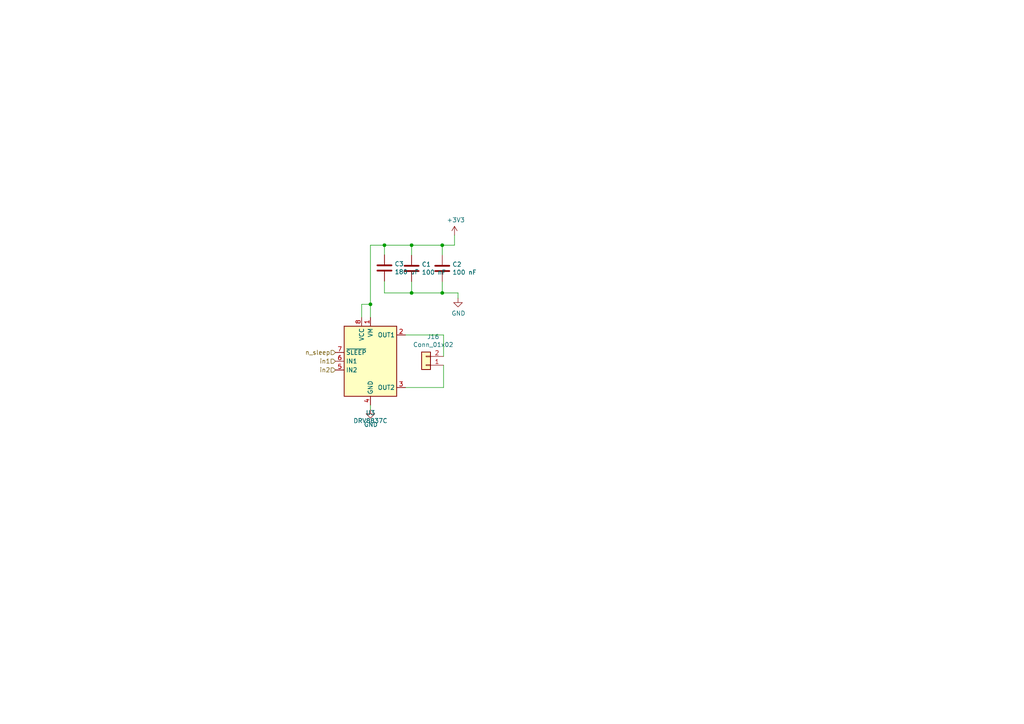
<source format=kicad_sch>
(kicad_sch (version 20211123) (generator eeschema)
  (paper "A4")
  (title_block (title "Avionics STM32 HD node") (date "2022-03-26") (rev "RC2 (Panna)") (company "EPFL Xplore") (comment 1 "Authors: Yassine Bakkali, Paolo Celati"))
  (lib_symbols
    (symbol "Connector_Generic:Conn_01x02" (pin_names (offset 1.016) hide)
      (property "Reference" "J" (at 0 2.54 0))
      (property "Value" "Conn_01x02" (at 0 -5.08 0))
      (symbol "Conn_01x02_1_1"
        (rectangle (start -1.27 -2.413) (end 0 -2.667) (stroke (width 0.1524)))
        (rectangle (start -1.27 0.127) (end 0 -0.127) (stroke (width 0.1524)))
        (rectangle (start -1.27 1.27) (end 1.27 -3.81) (stroke (width 0.254)) (fill (type background)))
        (pin passive line (at -5.08 0 0) (length 3.81) (name "Pin_1") (number "1"))
        (pin passive line (at -5.08 -2.54 0) (length 3.81) (name "Pin_2") (number "2"))
      )
    )
    (symbol "Device:C" (pin_numbers hide) (pin_names (offset 0.254))
      (property "Reference" "C" (at 0.635 2.54 0))
      (property "Value" "C" (at 0.635 -2.54 0))
      (symbol "C_0_1"
        (polyline (pts (xy -2.032 -0.762) (xy 2.032 -0.762)) (stroke (width 0.508)))
        (polyline (pts (xy -2.032 0.762) (xy 2.032 0.762)) (stroke (width 0.508)))
      )
      (symbol "C_1_1"
        (pin passive line (at 0 3.81 270) (length 2.794) (name "~") (number "1"))
        (pin passive line (at 0 -3.81 90) (length 2.794) (name "~") (number "2"))
      )
    )
    (symbol "Driver_Motor:DRV8837C"
      (property "Reference" "U" (at 6.35 11.43 0))
      (property "Value" "DRV8837C" (at -10.16 11.43 0))
      (symbol "DRV8837C_0_1"
        (rectangle (start -7.62 10.16) (end 7.62 -10.16) (stroke (width 0.254)) (fill (type background)))
      )
      (symbol "DRV8837C_1_1"
        (pin power_in line (at 0 12.7 270) (length 2.54) (name "VM") (number "1"))
        (pin output line (at 10.16 7.62 180) (length 2.54) (name "OUT1") (number "2"))
        (pin output line (at 10.16 -7.62 180) (length 2.54) (name "OUT2") (number "3"))
        (pin power_in line (at 0 -12.7 90) (length 2.54) (name "GND") (number "4"))
        (pin input line (at -10.16 -2.54 0) (length 2.54) (name "IN2") (number "5"))
        (pin input line (at -10.16 0 0) (length 2.54) (name "IN1") (number "6"))
        (pin input line (at -10.16 2.54 0) (length 2.54) (name "~{SLEEP}") (number "7"))
        (pin power_in line (at -2.54 12.7 270) (length 2.54) (name "VCC") (number "8"))
        (pin passive line (at 0 -12.7 90) (length 2.54) hide (name "GND") (number "9"))
      )
    )
    (symbol "power:+3V3" (power) (pin_names (offset 0))
      (property "Value" "+3V3" (at 0 3.556 0))
      (symbol "+3V3_0_1"
        (polyline (pts (xy -0.762 1.27) (xy 0 2.54)))
        (polyline (pts (xy 0 0) (xy 0 2.54)))
        (polyline (pts (xy 0 2.54) (xy 0.762 1.27)))
      )
      (symbol "+3V3_1_1"
        (pin power_in line (at 0 0 90) (length 0) hide (name "+3V3") (number "1"))
      )
    )
    (symbol "power:GND" (power) (pin_names (offset 0))
      (property "Value" "GND" (at 0 -3.81 0))
      (symbol "GND_0_1"
        (polyline (pts (xy 0 0) (xy 0 -1.27) (xy 1.27 -1.27) (xy 0 -2.54) (xy -1.27 -1.27) (xy 0 -1.27)))
      )
      (symbol "GND_1_1"
        (pin power_in line (at 0 0 270) (length 0) hide (name "GND") (number "1"))
      )
    )
  )
  (junction (at 128.27 71.12))
  (junction (at 107.442 88.265))
  (junction (at 119.38 84.963))
  (junction (at 119.38 71.12))
  (junction (at 111.506 71.12))
  (junction (at 128.27 84.963))
  (wire (pts (xy 107.442 117.475) (xy 107.442 118.745)))
  (wire (pts (xy 111.506 81.534) (xy 111.506 84.963)))
  (wire (pts (xy 107.442 71.12) (xy 107.442 88.265)))
  (wire (pts (xy 119.38 84.963) (xy 128.27 84.963)))
  (wire (pts (xy 119.38 81.661) (xy 119.38 84.963)))
  (wire (pts (xy 104.902 88.265) (xy 107.442 88.265)))
  (wire (pts (xy 111.506 84.963) (xy 119.38 84.963)))
  (wire (pts (xy 107.442 88.265) (xy 107.442 92.075)))
  (wire (pts (xy 131.826 71.12) (xy 131.826 68.199)))
  (wire (pts (xy 107.442 71.12) (xy 111.506 71.12)))
  (wire (pts (xy 117.602 97.155) (xy 128.651 97.155)))
  (wire (pts (xy 128.27 81.661) (xy 128.27 84.963)))
  (wire (pts (xy 128.27 71.12) (xy 128.27 74.041)))
  (wire (pts (xy 128.651 112.395) (xy 117.602 112.395)))
  (wire (pts (xy 128.651 105.918) (xy 128.651 112.395)))
  (wire (pts (xy 111.506 73.914) (xy 111.506 71.12)))
  (wire (pts (xy 111.506 71.12) (xy 119.38 71.12)))
  (wire (pts (xy 128.27 71.12) (xy 131.826 71.12)))
  (wire (pts (xy 104.902 92.075) (xy 104.902 88.265)))
  (wire (pts (xy 128.27 84.963) (xy 132.842 84.963)))
  (wire (pts (xy 128.651 97.155) (xy 128.651 103.378)))
  (wire (pts (xy 119.38 71.12) (xy 128.27 71.12)))
  (wire (pts (xy 119.38 71.12) (xy 119.38 74.041)))
  (wire (pts (xy 132.842 84.963) (xy 132.842 86.487)))
  (hierarchical_label "in2" (shape input) (at 97.282 107.315 180))
  (hierarchical_label "in1" (shape input) (at 97.282 104.775 180))
  (hierarchical_label "n_sleep" (shape input) (at 97.282 102.235 180))
  (symbol (lib_id "Driver_Motor:DRV8837C") (at 107.442 104.775 0) (unit 1)
    (property "Reference" "U3" (at 107.442 119.7356 0))
    (property "Value" "DRV8837C" (at 107.442 122.047 0))
    (property "Footprint" "Package_SON:WSON-8-1EP_2x2mm_P0.5mm_EP0.9x1.6mm" (effects hide))
    (property "Datasheet" "https://www.digikey.ch/de/products/detail/texas-instruments/DRV8837CDSGT/6196018" (effects hide))
  )
  (symbol (lib_id "Connector_Generic:Conn_01x02") (at 123.571 105.918 180) (unit 1)
    (property "Reference" "J16" (at 125.6538 97.663 0))
    (property "Value" "Conn_01x02" (at 125.6538 99.9744 0))
    (property "Footprint" "Connector_PinHeader_2.54mm:PinHeader_1x02_P2.54mm_Vertical" (effects hide))
    (property "Datasheet" "DNP" (effects hide))
  )
  (symbol (lib_id "power:+3V3") (at 131.826 68.199 0) (unit 1)
    (property "Reference" "#PWR?" (effects hide))
    (property "Value" "+3V3" (at 132.207 63.8048 0))
  )
  (symbol (lib_id "Device:C") (at 111.506 77.724 0) (unit 1)
    (property "Reference" "C3" (at 114.427 76.5556 0) (effects (justify left)))
    (property "Value" "180 uF" (at 114.427 78.867 0) (effects (justify left)))
    (property "Footprint" "Capacitor_SMD:CP_Elec_6.3x9.9" (effects hide))
    (property "Datasheet" "https://www.mouser.ch/ProductDetail/KEMET/A768MS227M1GLAV022?qs=sPbYRqrBIVmzCNRXqS%252BKTQ%3D%3D" (effects hide))
  )
  (symbol (lib_id "Device:C") (at 119.38 77.851 0) (unit 1)
    (property "Reference" "C1" (at 122.301 76.6826 0) (effects (justify left)))
    (property "Value" "100 nF" (at 122.301 78.994 0) (effects (justify left)))
    (property "Footprint" "Capacitor_SMD:C_0805_2012Metric_Pad1.18x1.45mm_HandSolder" (effects hide))
    (property "Datasheet" "https://www.mouser.ch/ProductDetail/Samsung-Electro-Mechanics/CL10B104JB8NNNC?qs=349EhDEZ59oLEw5wc1qvGw%3D%3D" (effects hide))
  )
  (symbol (lib_id "Device:C") (at 128.27 77.851 0) (unit 1)
    (property "Reference" "C2" (at 131.191 76.6826 0) (effects (justify left)))
    (property "Value" "100 nF" (at 131.191 78.994 0) (effects (justify left)))
    (property "Footprint" "Capacitor_SMD:C_0805_2012Metric_Pad1.18x1.45mm_HandSolder" (effects hide))
    (property "Datasheet" "https://www.mouser.ch/ProductDetail/Samsung-Electro-Mechanics/CL10B104JB8NNNC?qs=349EhDEZ59oLEw5wc1qvGw%3D%3D" (effects hide))
  )
  (symbol (lib_id "power:GND") (at 132.842 86.487 0) (unit 1)
    (property "Reference" "#PWR?" (effects hide))
    (property "Value" "GND" (at 132.969 90.8812 0))
  )
  (symbol (lib_id "power:GND") (at 107.442 118.745 0) (unit 1)
    (property "Reference" "#PWR?" (effects hide))
    (property "Value" "GND" (at 107.569 123.1392 0))
  )
)
</source>
